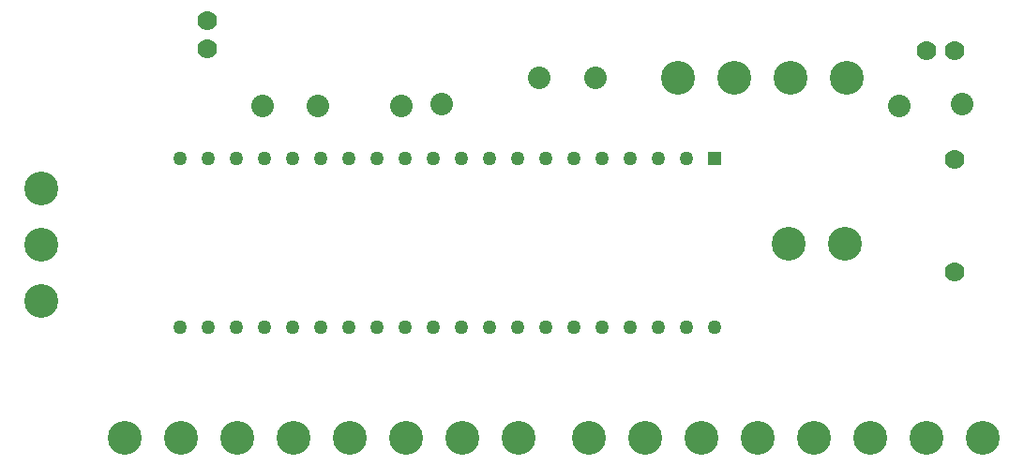
<source format=gbr>
G04 PROTEUS GERBER X2 FILE*
%TF.GenerationSoftware,Labcenter,Proteus,8.6-SP2-Build23525*%
%TF.CreationDate,2018-03-22T21:58:14+00:00*%
%TF.FileFunction,Copper,L1,Top*%
%TF.FilePolarity,Positive*%
%TF.Part,Single*%
%FSLAX45Y45*%
%MOMM*%
G01*
%TA.AperFunction,ComponentPad*%
%ADD10C,1.778000*%
%ADD11C,3.048000*%
%TA.AperFunction,ComponentPad*%
%ADD12R,1.270000X1.270000*%
%ADD13C,1.270000*%
%TA.AperFunction,ComponentPad*%
%ADD14C,2.032000*%
%TD.AperFunction*%
D10*
X-3004000Y+1266000D03*
X-3004000Y+1520000D03*
X+3496000Y+1250000D03*
X+3750000Y+1250000D03*
D11*
X+2250000Y-500000D03*
X+2758000Y-500000D03*
D12*
X+1576000Y+274000D03*
D13*
X+1322000Y+274000D03*
X+1068000Y+274000D03*
X+814000Y+274000D03*
X+560000Y+274000D03*
X+306000Y+274000D03*
X+52000Y+274000D03*
X-202000Y+274000D03*
X-456000Y+274000D03*
X-710000Y+274000D03*
X-964000Y+274000D03*
X-1218000Y+274000D03*
X-1472000Y+274000D03*
X-1726000Y+274000D03*
X-1980000Y+274000D03*
X-2234000Y+274000D03*
X-2488000Y+274000D03*
X-2742000Y+274000D03*
X-2996000Y+274000D03*
X-3250000Y+274000D03*
X-3250000Y-1250000D03*
X-2996000Y-1250000D03*
X-2742000Y-1250000D03*
X-2488000Y-1250000D03*
X-2234000Y-1250000D03*
X-1980000Y-1250000D03*
X-1726000Y-1250000D03*
X-1472000Y-1250000D03*
X-1218000Y-1250000D03*
X-964000Y-1250000D03*
X-710000Y-1250000D03*
X-456000Y-1250000D03*
X-202000Y-1250000D03*
X+52000Y-1250000D03*
X+306000Y-1250000D03*
X+560000Y-1250000D03*
X+814000Y-1250000D03*
X+1068000Y-1250000D03*
X+1322000Y-1250000D03*
X+1576000Y-1250000D03*
D10*
X+3750000Y-750000D03*
X+3750000Y+266000D03*
D14*
X+500000Y+1000000D03*
X-8000Y+1000000D03*
X-2500000Y+750000D03*
D11*
X+4000000Y-2250000D03*
X+3492000Y-2250000D03*
X+2984000Y-2250000D03*
X+2476000Y-2250000D03*
X+1968000Y-2250000D03*
X+1460000Y-2250000D03*
X+952000Y-2250000D03*
X+444000Y-2250000D03*
X+1250000Y+1000000D03*
X+1758000Y+1000000D03*
X+2266000Y+1000000D03*
X+2774000Y+1000000D03*
X-3750000Y-2250000D03*
X-3242000Y-2250000D03*
X-2734000Y-2250000D03*
X-2226000Y-2250000D03*
X-1718000Y-2250000D03*
X-1210000Y-2250000D03*
X-702000Y-2250000D03*
X-194000Y-2250000D03*
D14*
X-1250000Y+750000D03*
X-889000Y+762000D03*
D11*
X-4500000Y+0D03*
X-4500000Y-508000D03*
X-4500000Y-1016000D03*
D14*
X+3810000Y+762000D03*
X+3250000Y+750000D03*
X-2000000Y+750000D03*
M02*

</source>
